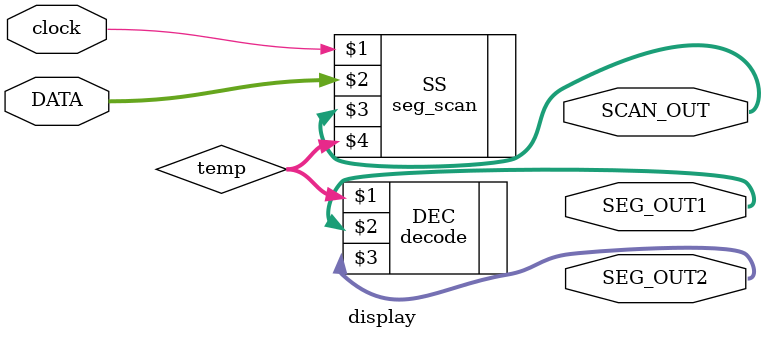
<source format=v>
`timescale 1ns / 1ps

module display(clock, DATA, SCAN_OUT, SEG_OUT1, SEG_OUT2);
    input clock;
    input [23:0] DATA;                  // number that will be displayed
    output [5:0] SCAN_OUT;              // used to determine which position to display
    output [7:0] SEG_OUT1, SEG_OUT2;    // used to determine which digit to display
    wire [3:0] temp;
    
    seg_scan SS(clock, DATA, SCAN_OUT, temp);
    decode DEC(temp, SEG_OUT1, SEG_OUT2);
endmodule

</source>
